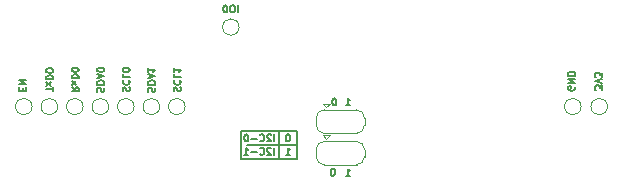
<source format=gbr>
%TF.GenerationSoftware,KiCad,Pcbnew,7.0.8*%
%TF.CreationDate,2024-03-21T14:52:22+01:00*%
%TF.ProjectId,so-dimm-esp32-cm,736f2d64-696d-46d2-9d65-737033322d63,REV.03*%
%TF.SameCoordinates,Original*%
%TF.FileFunction,Legend,Bot*%
%TF.FilePolarity,Positive*%
%FSLAX46Y46*%
G04 Gerber Fmt 4.6, Leading zero omitted, Abs format (unit mm)*
G04 Created by KiCad (PCBNEW 7.0.8) date 2024-03-21 14:52:22*
%MOMM*%
%LPD*%
G01*
G04 APERTURE LIST*
G04 Aperture macros list*
%AMFreePoly0*
4,1,19,0.550000,-0.750000,0.000000,-0.750000,0.000000,-0.744911,-0.071157,-0.744911,-0.207708,-0.704816,-0.327430,-0.627875,-0.420627,-0.520320,-0.479746,-0.390866,-0.500000,-0.250000,-0.500000,0.250000,-0.479746,0.390866,-0.420627,0.520320,-0.327430,0.627875,-0.207708,0.704816,-0.071157,0.744911,0.000000,0.744911,0.000000,0.750000,0.550000,0.750000,0.550000,-0.750000,0.550000,-0.750000,
$1*%
%AMFreePoly1*
4,1,19,0.000000,0.744911,0.071157,0.744911,0.207708,0.704816,0.327430,0.627875,0.420627,0.520320,0.479746,0.390866,0.500000,0.250000,0.500000,-0.250000,0.479746,-0.390866,0.420627,-0.520320,0.327430,-0.627875,0.207708,-0.704816,0.071157,-0.744911,0.000000,-0.744911,0.000000,-0.750000,-0.550000,-0.750000,-0.550000,0.750000,0.000000,0.750000,0.000000,0.744911,0.000000,0.744911,
$1*%
G04 Aperture macros list end*
%ADD10C,0.150000*%
%ADD11C,0.120000*%
%ADD12C,1.800000*%
%ADD13R,0.450000X2.300000*%
%ADD14C,0.800000*%
%ADD15C,5.400000*%
%ADD16C,1.000000*%
%ADD17FreePoly0,0.000000*%
%ADD18R,1.000000X1.500000*%
%ADD19FreePoly1,0.000000*%
G04 APERTURE END LIST*
D10*
X150876000Y-88265000D02*
X150876000Y-90678000D01*
X147701000Y-90678000D02*
X147701000Y-88265000D01*
X147701000Y-88265000D02*
X152400000Y-88265000D01*
X152400000Y-89471500D02*
X148209000Y-89471500D01*
X152400000Y-90678000D02*
X147701000Y-90678000D01*
X152400000Y-88265000D02*
X152400000Y-90678000D01*
X151666571Y-88569771D02*
X151609428Y-88569771D01*
X151609428Y-88569771D02*
X151552285Y-88598342D01*
X151552285Y-88598342D02*
X151523714Y-88626914D01*
X151523714Y-88626914D02*
X151495142Y-88684057D01*
X151495142Y-88684057D02*
X151466571Y-88798342D01*
X151466571Y-88798342D02*
X151466571Y-88941200D01*
X151466571Y-88941200D02*
X151495142Y-89055485D01*
X151495142Y-89055485D02*
X151523714Y-89112628D01*
X151523714Y-89112628D02*
X151552285Y-89141200D01*
X151552285Y-89141200D02*
X151609428Y-89169771D01*
X151609428Y-89169771D02*
X151666571Y-89169771D01*
X151666571Y-89169771D02*
X151723714Y-89141200D01*
X151723714Y-89141200D02*
X151752285Y-89112628D01*
X151752285Y-89112628D02*
X151780856Y-89055485D01*
X151780856Y-89055485D02*
X151809428Y-88941200D01*
X151809428Y-88941200D02*
X151809428Y-88798342D01*
X151809428Y-88798342D02*
X151780856Y-88684057D01*
X151780856Y-88684057D02*
X151752285Y-88626914D01*
X151752285Y-88626914D02*
X151723714Y-88598342D01*
X151723714Y-88598342D02*
X151666571Y-88569771D01*
X178257228Y-84816857D02*
X178257228Y-84445429D01*
X178257228Y-84445429D02*
X178028657Y-84645429D01*
X178028657Y-84645429D02*
X178028657Y-84559714D01*
X178028657Y-84559714D02*
X178000085Y-84502572D01*
X178000085Y-84502572D02*
X177971514Y-84474000D01*
X177971514Y-84474000D02*
X177914371Y-84445429D01*
X177914371Y-84445429D02*
X177771514Y-84445429D01*
X177771514Y-84445429D02*
X177714371Y-84474000D01*
X177714371Y-84474000D02*
X177685800Y-84502572D01*
X177685800Y-84502572D02*
X177657228Y-84559714D01*
X177657228Y-84559714D02*
X177657228Y-84731143D01*
X177657228Y-84731143D02*
X177685800Y-84788286D01*
X177685800Y-84788286D02*
X177714371Y-84816857D01*
X178257228Y-84274000D02*
X177657228Y-84074000D01*
X177657228Y-84074000D02*
X178257228Y-83874000D01*
X178257228Y-83731142D02*
X178257228Y-83359714D01*
X178257228Y-83359714D02*
X178028657Y-83559714D01*
X178028657Y-83559714D02*
X178028657Y-83473999D01*
X178028657Y-83473999D02*
X178000085Y-83416857D01*
X178000085Y-83416857D02*
X177971514Y-83388285D01*
X177971514Y-83388285D02*
X177914371Y-83359714D01*
X177914371Y-83359714D02*
X177771514Y-83359714D01*
X177771514Y-83359714D02*
X177714371Y-83388285D01*
X177714371Y-83388285D02*
X177685800Y-83416857D01*
X177685800Y-83416857D02*
X177657228Y-83473999D01*
X177657228Y-83473999D02*
X177657228Y-83645428D01*
X177657228Y-83645428D02*
X177685800Y-83702571D01*
X177685800Y-83702571D02*
X177714371Y-83731142D01*
X150467856Y-90312771D02*
X150467856Y-89712771D01*
X150210714Y-89769914D02*
X150182142Y-89741342D01*
X150182142Y-89741342D02*
X150125000Y-89712771D01*
X150125000Y-89712771D02*
X149982142Y-89712771D01*
X149982142Y-89712771D02*
X149925000Y-89741342D01*
X149925000Y-89741342D02*
X149896428Y-89769914D01*
X149896428Y-89769914D02*
X149867857Y-89827057D01*
X149867857Y-89827057D02*
X149867857Y-89884200D01*
X149867857Y-89884200D02*
X149896428Y-89969914D01*
X149896428Y-89969914D02*
X150239285Y-90312771D01*
X150239285Y-90312771D02*
X149867857Y-90312771D01*
X149267856Y-90255628D02*
X149296428Y-90284200D01*
X149296428Y-90284200D02*
X149382142Y-90312771D01*
X149382142Y-90312771D02*
X149439285Y-90312771D01*
X149439285Y-90312771D02*
X149524999Y-90284200D01*
X149524999Y-90284200D02*
X149582142Y-90227057D01*
X149582142Y-90227057D02*
X149610713Y-90169914D01*
X149610713Y-90169914D02*
X149639285Y-90055628D01*
X149639285Y-90055628D02*
X149639285Y-89969914D01*
X149639285Y-89969914D02*
X149610713Y-89855628D01*
X149610713Y-89855628D02*
X149582142Y-89798485D01*
X149582142Y-89798485D02*
X149524999Y-89741342D01*
X149524999Y-89741342D02*
X149439285Y-89712771D01*
X149439285Y-89712771D02*
X149382142Y-89712771D01*
X149382142Y-89712771D02*
X149296428Y-89741342D01*
X149296428Y-89741342D02*
X149267856Y-89769914D01*
X149010713Y-90084200D02*
X148553571Y-90084200D01*
X147953571Y-90312771D02*
X148296428Y-90312771D01*
X148124999Y-90312771D02*
X148124999Y-89712771D01*
X148124999Y-89712771D02*
X148182142Y-89798485D01*
X148182142Y-89798485D02*
X148239285Y-89855628D01*
X148239285Y-89855628D02*
X148296428Y-89884200D01*
X129203514Y-84897856D02*
X129203514Y-84697856D01*
X128889228Y-84612142D02*
X128889228Y-84897856D01*
X128889228Y-84897856D02*
X129489228Y-84897856D01*
X129489228Y-84897856D02*
X129489228Y-84612142D01*
X128889228Y-84354999D02*
X129489228Y-84354999D01*
X129489228Y-84354999D02*
X128889228Y-84012142D01*
X128889228Y-84012142D02*
X129489228Y-84012142D01*
X151466571Y-90312771D02*
X151809428Y-90312771D01*
X151637999Y-90312771D02*
X151637999Y-89712771D01*
X151637999Y-89712771D02*
X151695142Y-89798485D01*
X151695142Y-89798485D02*
X151752285Y-89855628D01*
X151752285Y-89855628D02*
X151809428Y-89884200D01*
X175942657Y-84531142D02*
X175971228Y-84588285D01*
X175971228Y-84588285D02*
X175971228Y-84673999D01*
X175971228Y-84673999D02*
X175942657Y-84759713D01*
X175942657Y-84759713D02*
X175885514Y-84816856D01*
X175885514Y-84816856D02*
X175828371Y-84845427D01*
X175828371Y-84845427D02*
X175714085Y-84873999D01*
X175714085Y-84873999D02*
X175628371Y-84873999D01*
X175628371Y-84873999D02*
X175514085Y-84845427D01*
X175514085Y-84845427D02*
X175456942Y-84816856D01*
X175456942Y-84816856D02*
X175399800Y-84759713D01*
X175399800Y-84759713D02*
X175371228Y-84673999D01*
X175371228Y-84673999D02*
X175371228Y-84616856D01*
X175371228Y-84616856D02*
X175399800Y-84531142D01*
X175399800Y-84531142D02*
X175428371Y-84502570D01*
X175428371Y-84502570D02*
X175628371Y-84502570D01*
X175628371Y-84502570D02*
X175628371Y-84616856D01*
X175371228Y-84245427D02*
X175971228Y-84245427D01*
X175971228Y-84245427D02*
X175371228Y-83902570D01*
X175371228Y-83902570D02*
X175971228Y-83902570D01*
X175371228Y-83616856D02*
X175971228Y-83616856D01*
X175971228Y-83616856D02*
X175971228Y-83473999D01*
X175971228Y-83473999D02*
X175942657Y-83388285D01*
X175942657Y-83388285D02*
X175885514Y-83331142D01*
X175885514Y-83331142D02*
X175828371Y-83302571D01*
X175828371Y-83302571D02*
X175714085Y-83273999D01*
X175714085Y-83273999D02*
X175628371Y-83273999D01*
X175628371Y-83273999D02*
X175514085Y-83302571D01*
X175514085Y-83302571D02*
X175456942Y-83331142D01*
X175456942Y-83331142D02*
X175399800Y-83388285D01*
X175399800Y-83388285D02*
X175371228Y-83473999D01*
X175371228Y-83473999D02*
X175371228Y-83616856D01*
X141998800Y-84947000D02*
X141970228Y-84861286D01*
X141970228Y-84861286D02*
X141970228Y-84718428D01*
X141970228Y-84718428D02*
X141998800Y-84661286D01*
X141998800Y-84661286D02*
X142027371Y-84632714D01*
X142027371Y-84632714D02*
X142084514Y-84604143D01*
X142084514Y-84604143D02*
X142141657Y-84604143D01*
X142141657Y-84604143D02*
X142198800Y-84632714D01*
X142198800Y-84632714D02*
X142227371Y-84661286D01*
X142227371Y-84661286D02*
X142255942Y-84718428D01*
X142255942Y-84718428D02*
X142284514Y-84832714D01*
X142284514Y-84832714D02*
X142313085Y-84889857D01*
X142313085Y-84889857D02*
X142341657Y-84918428D01*
X142341657Y-84918428D02*
X142398800Y-84947000D01*
X142398800Y-84947000D02*
X142455942Y-84947000D01*
X142455942Y-84947000D02*
X142513085Y-84918428D01*
X142513085Y-84918428D02*
X142541657Y-84889857D01*
X142541657Y-84889857D02*
X142570228Y-84832714D01*
X142570228Y-84832714D02*
X142570228Y-84689857D01*
X142570228Y-84689857D02*
X142541657Y-84604143D01*
X142027371Y-84004142D02*
X141998800Y-84032714D01*
X141998800Y-84032714D02*
X141970228Y-84118428D01*
X141970228Y-84118428D02*
X141970228Y-84175571D01*
X141970228Y-84175571D02*
X141998800Y-84261285D01*
X141998800Y-84261285D02*
X142055942Y-84318428D01*
X142055942Y-84318428D02*
X142113085Y-84346999D01*
X142113085Y-84346999D02*
X142227371Y-84375571D01*
X142227371Y-84375571D02*
X142313085Y-84375571D01*
X142313085Y-84375571D02*
X142427371Y-84346999D01*
X142427371Y-84346999D02*
X142484514Y-84318428D01*
X142484514Y-84318428D02*
X142541657Y-84261285D01*
X142541657Y-84261285D02*
X142570228Y-84175571D01*
X142570228Y-84175571D02*
X142570228Y-84118428D01*
X142570228Y-84118428D02*
X142541657Y-84032714D01*
X142541657Y-84032714D02*
X142513085Y-84004142D01*
X141970228Y-83461285D02*
X141970228Y-83746999D01*
X141970228Y-83746999D02*
X142570228Y-83746999D01*
X141970228Y-82947000D02*
X141970228Y-83289857D01*
X141970228Y-83118428D02*
X142570228Y-83118428D01*
X142570228Y-83118428D02*
X142484514Y-83175571D01*
X142484514Y-83175571D02*
X142427371Y-83232714D01*
X142427371Y-83232714D02*
X142398800Y-83289857D01*
X137680800Y-84947000D02*
X137652228Y-84861286D01*
X137652228Y-84861286D02*
X137652228Y-84718428D01*
X137652228Y-84718428D02*
X137680800Y-84661286D01*
X137680800Y-84661286D02*
X137709371Y-84632714D01*
X137709371Y-84632714D02*
X137766514Y-84604143D01*
X137766514Y-84604143D02*
X137823657Y-84604143D01*
X137823657Y-84604143D02*
X137880800Y-84632714D01*
X137880800Y-84632714D02*
X137909371Y-84661286D01*
X137909371Y-84661286D02*
X137937942Y-84718428D01*
X137937942Y-84718428D02*
X137966514Y-84832714D01*
X137966514Y-84832714D02*
X137995085Y-84889857D01*
X137995085Y-84889857D02*
X138023657Y-84918428D01*
X138023657Y-84918428D02*
X138080800Y-84947000D01*
X138080800Y-84947000D02*
X138137942Y-84947000D01*
X138137942Y-84947000D02*
X138195085Y-84918428D01*
X138195085Y-84918428D02*
X138223657Y-84889857D01*
X138223657Y-84889857D02*
X138252228Y-84832714D01*
X138252228Y-84832714D02*
X138252228Y-84689857D01*
X138252228Y-84689857D02*
X138223657Y-84604143D01*
X137709371Y-84004142D02*
X137680800Y-84032714D01*
X137680800Y-84032714D02*
X137652228Y-84118428D01*
X137652228Y-84118428D02*
X137652228Y-84175571D01*
X137652228Y-84175571D02*
X137680800Y-84261285D01*
X137680800Y-84261285D02*
X137737942Y-84318428D01*
X137737942Y-84318428D02*
X137795085Y-84346999D01*
X137795085Y-84346999D02*
X137909371Y-84375571D01*
X137909371Y-84375571D02*
X137995085Y-84375571D01*
X137995085Y-84375571D02*
X138109371Y-84346999D01*
X138109371Y-84346999D02*
X138166514Y-84318428D01*
X138166514Y-84318428D02*
X138223657Y-84261285D01*
X138223657Y-84261285D02*
X138252228Y-84175571D01*
X138252228Y-84175571D02*
X138252228Y-84118428D01*
X138252228Y-84118428D02*
X138223657Y-84032714D01*
X138223657Y-84032714D02*
X138195085Y-84004142D01*
X137652228Y-83461285D02*
X137652228Y-83746999D01*
X137652228Y-83746999D02*
X138252228Y-83746999D01*
X138252228Y-83147000D02*
X138252228Y-83089857D01*
X138252228Y-83089857D02*
X138223657Y-83032714D01*
X138223657Y-83032714D02*
X138195085Y-83004143D01*
X138195085Y-83004143D02*
X138137942Y-82975571D01*
X138137942Y-82975571D02*
X138023657Y-82947000D01*
X138023657Y-82947000D02*
X137880800Y-82947000D01*
X137880800Y-82947000D02*
X137766514Y-82975571D01*
X137766514Y-82975571D02*
X137709371Y-83004143D01*
X137709371Y-83004143D02*
X137680800Y-83032714D01*
X137680800Y-83032714D02*
X137652228Y-83089857D01*
X137652228Y-83089857D02*
X137652228Y-83147000D01*
X137652228Y-83147000D02*
X137680800Y-83204143D01*
X137680800Y-83204143D02*
X137709371Y-83232714D01*
X137709371Y-83232714D02*
X137766514Y-83261285D01*
X137766514Y-83261285D02*
X137880800Y-83289857D01*
X137880800Y-83289857D02*
X138023657Y-83289857D01*
X138023657Y-83289857D02*
X138137942Y-83261285D01*
X138137942Y-83261285D02*
X138195085Y-83232714D01*
X138195085Y-83232714D02*
X138223657Y-83204143D01*
X138223657Y-83204143D02*
X138252228Y-83147000D01*
X156546571Y-86121771D02*
X156889428Y-86121771D01*
X156717999Y-86121771D02*
X156717999Y-85521771D01*
X156717999Y-85521771D02*
X156775142Y-85607485D01*
X156775142Y-85607485D02*
X156832285Y-85664628D01*
X156832285Y-85664628D02*
X156889428Y-85693200D01*
X135521800Y-84961286D02*
X135493228Y-84875572D01*
X135493228Y-84875572D02*
X135493228Y-84732714D01*
X135493228Y-84732714D02*
X135521800Y-84675572D01*
X135521800Y-84675572D02*
X135550371Y-84647000D01*
X135550371Y-84647000D02*
X135607514Y-84618429D01*
X135607514Y-84618429D02*
X135664657Y-84618429D01*
X135664657Y-84618429D02*
X135721800Y-84647000D01*
X135721800Y-84647000D02*
X135750371Y-84675572D01*
X135750371Y-84675572D02*
X135778942Y-84732714D01*
X135778942Y-84732714D02*
X135807514Y-84847000D01*
X135807514Y-84847000D02*
X135836085Y-84904143D01*
X135836085Y-84904143D02*
X135864657Y-84932714D01*
X135864657Y-84932714D02*
X135921800Y-84961286D01*
X135921800Y-84961286D02*
X135978942Y-84961286D01*
X135978942Y-84961286D02*
X136036085Y-84932714D01*
X136036085Y-84932714D02*
X136064657Y-84904143D01*
X136064657Y-84904143D02*
X136093228Y-84847000D01*
X136093228Y-84847000D02*
X136093228Y-84704143D01*
X136093228Y-84704143D02*
X136064657Y-84618429D01*
X135493228Y-84361285D02*
X136093228Y-84361285D01*
X136093228Y-84361285D02*
X136093228Y-84218428D01*
X136093228Y-84218428D02*
X136064657Y-84132714D01*
X136064657Y-84132714D02*
X136007514Y-84075571D01*
X136007514Y-84075571D02*
X135950371Y-84047000D01*
X135950371Y-84047000D02*
X135836085Y-84018428D01*
X135836085Y-84018428D02*
X135750371Y-84018428D01*
X135750371Y-84018428D02*
X135636085Y-84047000D01*
X135636085Y-84047000D02*
X135578942Y-84075571D01*
X135578942Y-84075571D02*
X135521800Y-84132714D01*
X135521800Y-84132714D02*
X135493228Y-84218428D01*
X135493228Y-84218428D02*
X135493228Y-84361285D01*
X135664657Y-83789857D02*
X135664657Y-83504143D01*
X135493228Y-83847000D02*
X136093228Y-83647000D01*
X136093228Y-83647000D02*
X135493228Y-83447000D01*
X136093228Y-83132714D02*
X136093228Y-83075571D01*
X136093228Y-83075571D02*
X136064657Y-83018428D01*
X136064657Y-83018428D02*
X136036085Y-82989857D01*
X136036085Y-82989857D02*
X135978942Y-82961285D01*
X135978942Y-82961285D02*
X135864657Y-82932714D01*
X135864657Y-82932714D02*
X135721800Y-82932714D01*
X135721800Y-82932714D02*
X135607514Y-82961285D01*
X135607514Y-82961285D02*
X135550371Y-82989857D01*
X135550371Y-82989857D02*
X135521800Y-83018428D01*
X135521800Y-83018428D02*
X135493228Y-83075571D01*
X135493228Y-83075571D02*
X135493228Y-83132714D01*
X135493228Y-83132714D02*
X135521800Y-83189857D01*
X135521800Y-83189857D02*
X135550371Y-83218428D01*
X135550371Y-83218428D02*
X135607514Y-83246999D01*
X135607514Y-83246999D02*
X135721800Y-83275571D01*
X135721800Y-83275571D02*
X135864657Y-83275571D01*
X135864657Y-83275571D02*
X135978942Y-83246999D01*
X135978942Y-83246999D02*
X136036085Y-83218428D01*
X136036085Y-83218428D02*
X136064657Y-83189857D01*
X136064657Y-83189857D02*
X136093228Y-83132714D01*
X155476571Y-91490771D02*
X155419428Y-91490771D01*
X155419428Y-91490771D02*
X155362285Y-91519342D01*
X155362285Y-91519342D02*
X155333714Y-91547914D01*
X155333714Y-91547914D02*
X155305142Y-91605057D01*
X155305142Y-91605057D02*
X155276571Y-91719342D01*
X155276571Y-91719342D02*
X155276571Y-91862200D01*
X155276571Y-91862200D02*
X155305142Y-91976485D01*
X155305142Y-91976485D02*
X155333714Y-92033628D01*
X155333714Y-92033628D02*
X155362285Y-92062200D01*
X155362285Y-92062200D02*
X155419428Y-92090771D01*
X155419428Y-92090771D02*
X155476571Y-92090771D01*
X155476571Y-92090771D02*
X155533714Y-92062200D01*
X155533714Y-92062200D02*
X155562285Y-92033628D01*
X155562285Y-92033628D02*
X155590856Y-91976485D01*
X155590856Y-91976485D02*
X155619428Y-91862200D01*
X155619428Y-91862200D02*
X155619428Y-91719342D01*
X155619428Y-91719342D02*
X155590856Y-91605057D01*
X155590856Y-91605057D02*
X155562285Y-91547914D01*
X155562285Y-91547914D02*
X155533714Y-91519342D01*
X155533714Y-91519342D02*
X155476571Y-91490771D01*
X131775228Y-84947000D02*
X131775228Y-84604143D01*
X131175228Y-84775571D02*
X131775228Y-84775571D01*
X131175228Y-84461285D02*
X131575228Y-84147000D01*
X131575228Y-84461285D02*
X131175228Y-84147000D01*
X131175228Y-83918428D02*
X131775228Y-83918428D01*
X131775228Y-83918428D02*
X131775228Y-83775571D01*
X131775228Y-83775571D02*
X131746657Y-83689857D01*
X131746657Y-83689857D02*
X131689514Y-83632714D01*
X131689514Y-83632714D02*
X131632371Y-83604143D01*
X131632371Y-83604143D02*
X131518085Y-83575571D01*
X131518085Y-83575571D02*
X131432371Y-83575571D01*
X131432371Y-83575571D02*
X131318085Y-83604143D01*
X131318085Y-83604143D02*
X131260942Y-83632714D01*
X131260942Y-83632714D02*
X131203800Y-83689857D01*
X131203800Y-83689857D02*
X131175228Y-83775571D01*
X131175228Y-83775571D02*
X131175228Y-83918428D01*
X131775228Y-83204143D02*
X131775228Y-83147000D01*
X131775228Y-83147000D02*
X131746657Y-83089857D01*
X131746657Y-83089857D02*
X131718085Y-83061286D01*
X131718085Y-83061286D02*
X131660942Y-83032714D01*
X131660942Y-83032714D02*
X131546657Y-83004143D01*
X131546657Y-83004143D02*
X131403800Y-83004143D01*
X131403800Y-83004143D02*
X131289514Y-83032714D01*
X131289514Y-83032714D02*
X131232371Y-83061286D01*
X131232371Y-83061286D02*
X131203800Y-83089857D01*
X131203800Y-83089857D02*
X131175228Y-83147000D01*
X131175228Y-83147000D02*
X131175228Y-83204143D01*
X131175228Y-83204143D02*
X131203800Y-83261286D01*
X131203800Y-83261286D02*
X131232371Y-83289857D01*
X131232371Y-83289857D02*
X131289514Y-83318428D01*
X131289514Y-83318428D02*
X131403800Y-83347000D01*
X131403800Y-83347000D02*
X131546657Y-83347000D01*
X131546657Y-83347000D02*
X131660942Y-83318428D01*
X131660942Y-83318428D02*
X131718085Y-83289857D01*
X131718085Y-83289857D02*
X131746657Y-83261286D01*
X131746657Y-83261286D02*
X131775228Y-83204143D01*
X156546571Y-92090771D02*
X156889428Y-92090771D01*
X156717999Y-92090771D02*
X156717999Y-91490771D01*
X156717999Y-91490771D02*
X156775142Y-91576485D01*
X156775142Y-91576485D02*
X156832285Y-91633628D01*
X156832285Y-91633628D02*
X156889428Y-91662200D01*
X147411999Y-78247771D02*
X147411999Y-77647771D01*
X147012000Y-77647771D02*
X146897714Y-77647771D01*
X146897714Y-77647771D02*
X146840571Y-77676342D01*
X146840571Y-77676342D02*
X146783428Y-77733485D01*
X146783428Y-77733485D02*
X146754857Y-77847771D01*
X146754857Y-77847771D02*
X146754857Y-78047771D01*
X146754857Y-78047771D02*
X146783428Y-78162057D01*
X146783428Y-78162057D02*
X146840571Y-78219200D01*
X146840571Y-78219200D02*
X146897714Y-78247771D01*
X146897714Y-78247771D02*
X147012000Y-78247771D01*
X147012000Y-78247771D02*
X147069143Y-78219200D01*
X147069143Y-78219200D02*
X147126285Y-78162057D01*
X147126285Y-78162057D02*
X147154857Y-78047771D01*
X147154857Y-78047771D02*
X147154857Y-77847771D01*
X147154857Y-77847771D02*
X147126285Y-77733485D01*
X147126285Y-77733485D02*
X147069143Y-77676342D01*
X147069143Y-77676342D02*
X147012000Y-77647771D01*
X146383429Y-77647771D02*
X146326286Y-77647771D01*
X146326286Y-77647771D02*
X146269143Y-77676342D01*
X146269143Y-77676342D02*
X146240572Y-77704914D01*
X146240572Y-77704914D02*
X146212000Y-77762057D01*
X146212000Y-77762057D02*
X146183429Y-77876342D01*
X146183429Y-77876342D02*
X146183429Y-78019200D01*
X146183429Y-78019200D02*
X146212000Y-78133485D01*
X146212000Y-78133485D02*
X146240572Y-78190628D01*
X146240572Y-78190628D02*
X146269143Y-78219200D01*
X146269143Y-78219200D02*
X146326286Y-78247771D01*
X146326286Y-78247771D02*
X146383429Y-78247771D01*
X146383429Y-78247771D02*
X146440572Y-78219200D01*
X146440572Y-78219200D02*
X146469143Y-78190628D01*
X146469143Y-78190628D02*
X146497714Y-78133485D01*
X146497714Y-78133485D02*
X146526286Y-78019200D01*
X146526286Y-78019200D02*
X146526286Y-77876342D01*
X146526286Y-77876342D02*
X146497714Y-77762057D01*
X146497714Y-77762057D02*
X146469143Y-77704914D01*
X146469143Y-77704914D02*
X146440572Y-77676342D01*
X146440572Y-77676342D02*
X146383429Y-77647771D01*
X139839800Y-84961286D02*
X139811228Y-84875572D01*
X139811228Y-84875572D02*
X139811228Y-84732714D01*
X139811228Y-84732714D02*
X139839800Y-84675572D01*
X139839800Y-84675572D02*
X139868371Y-84647000D01*
X139868371Y-84647000D02*
X139925514Y-84618429D01*
X139925514Y-84618429D02*
X139982657Y-84618429D01*
X139982657Y-84618429D02*
X140039800Y-84647000D01*
X140039800Y-84647000D02*
X140068371Y-84675572D01*
X140068371Y-84675572D02*
X140096942Y-84732714D01*
X140096942Y-84732714D02*
X140125514Y-84847000D01*
X140125514Y-84847000D02*
X140154085Y-84904143D01*
X140154085Y-84904143D02*
X140182657Y-84932714D01*
X140182657Y-84932714D02*
X140239800Y-84961286D01*
X140239800Y-84961286D02*
X140296942Y-84961286D01*
X140296942Y-84961286D02*
X140354085Y-84932714D01*
X140354085Y-84932714D02*
X140382657Y-84904143D01*
X140382657Y-84904143D02*
X140411228Y-84847000D01*
X140411228Y-84847000D02*
X140411228Y-84704143D01*
X140411228Y-84704143D02*
X140382657Y-84618429D01*
X139811228Y-84361285D02*
X140411228Y-84361285D01*
X140411228Y-84361285D02*
X140411228Y-84218428D01*
X140411228Y-84218428D02*
X140382657Y-84132714D01*
X140382657Y-84132714D02*
X140325514Y-84075571D01*
X140325514Y-84075571D02*
X140268371Y-84047000D01*
X140268371Y-84047000D02*
X140154085Y-84018428D01*
X140154085Y-84018428D02*
X140068371Y-84018428D01*
X140068371Y-84018428D02*
X139954085Y-84047000D01*
X139954085Y-84047000D02*
X139896942Y-84075571D01*
X139896942Y-84075571D02*
X139839800Y-84132714D01*
X139839800Y-84132714D02*
X139811228Y-84218428D01*
X139811228Y-84218428D02*
X139811228Y-84361285D01*
X139982657Y-83789857D02*
X139982657Y-83504143D01*
X139811228Y-83847000D02*
X140411228Y-83647000D01*
X140411228Y-83647000D02*
X139811228Y-83447000D01*
X139811228Y-82932714D02*
X139811228Y-83275571D01*
X139811228Y-83104142D02*
X140411228Y-83104142D01*
X140411228Y-83104142D02*
X140325514Y-83161285D01*
X140325514Y-83161285D02*
X140268371Y-83218428D01*
X140268371Y-83218428D02*
X140239800Y-83275571D01*
X133334228Y-84589856D02*
X133619942Y-84789856D01*
X133334228Y-84932713D02*
X133934228Y-84932713D01*
X133934228Y-84932713D02*
X133934228Y-84704142D01*
X133934228Y-84704142D02*
X133905657Y-84646999D01*
X133905657Y-84646999D02*
X133877085Y-84618428D01*
X133877085Y-84618428D02*
X133819942Y-84589856D01*
X133819942Y-84589856D02*
X133734228Y-84589856D01*
X133734228Y-84589856D02*
X133677085Y-84618428D01*
X133677085Y-84618428D02*
X133648514Y-84646999D01*
X133648514Y-84646999D02*
X133619942Y-84704142D01*
X133619942Y-84704142D02*
X133619942Y-84932713D01*
X133334228Y-84389856D02*
X133734228Y-84075571D01*
X133734228Y-84389856D02*
X133334228Y-84075571D01*
X133334228Y-83846999D02*
X133934228Y-83846999D01*
X133934228Y-83846999D02*
X133934228Y-83704142D01*
X133934228Y-83704142D02*
X133905657Y-83618428D01*
X133905657Y-83618428D02*
X133848514Y-83561285D01*
X133848514Y-83561285D02*
X133791371Y-83532714D01*
X133791371Y-83532714D02*
X133677085Y-83504142D01*
X133677085Y-83504142D02*
X133591371Y-83504142D01*
X133591371Y-83504142D02*
X133477085Y-83532714D01*
X133477085Y-83532714D02*
X133419942Y-83561285D01*
X133419942Y-83561285D02*
X133362800Y-83618428D01*
X133362800Y-83618428D02*
X133334228Y-83704142D01*
X133334228Y-83704142D02*
X133334228Y-83846999D01*
X133934228Y-83132714D02*
X133934228Y-83075571D01*
X133934228Y-83075571D02*
X133905657Y-83018428D01*
X133905657Y-83018428D02*
X133877085Y-82989857D01*
X133877085Y-82989857D02*
X133819942Y-82961285D01*
X133819942Y-82961285D02*
X133705657Y-82932714D01*
X133705657Y-82932714D02*
X133562800Y-82932714D01*
X133562800Y-82932714D02*
X133448514Y-82961285D01*
X133448514Y-82961285D02*
X133391371Y-82989857D01*
X133391371Y-82989857D02*
X133362800Y-83018428D01*
X133362800Y-83018428D02*
X133334228Y-83075571D01*
X133334228Y-83075571D02*
X133334228Y-83132714D01*
X133334228Y-83132714D02*
X133362800Y-83189857D01*
X133362800Y-83189857D02*
X133391371Y-83218428D01*
X133391371Y-83218428D02*
X133448514Y-83246999D01*
X133448514Y-83246999D02*
X133562800Y-83275571D01*
X133562800Y-83275571D02*
X133705657Y-83275571D01*
X133705657Y-83275571D02*
X133819942Y-83246999D01*
X133819942Y-83246999D02*
X133877085Y-83218428D01*
X133877085Y-83218428D02*
X133905657Y-83189857D01*
X133905657Y-83189857D02*
X133934228Y-83132714D01*
X155603571Y-85521771D02*
X155546428Y-85521771D01*
X155546428Y-85521771D02*
X155489285Y-85550342D01*
X155489285Y-85550342D02*
X155460714Y-85578914D01*
X155460714Y-85578914D02*
X155432142Y-85636057D01*
X155432142Y-85636057D02*
X155403571Y-85750342D01*
X155403571Y-85750342D02*
X155403571Y-85893200D01*
X155403571Y-85893200D02*
X155432142Y-86007485D01*
X155432142Y-86007485D02*
X155460714Y-86064628D01*
X155460714Y-86064628D02*
X155489285Y-86093200D01*
X155489285Y-86093200D02*
X155546428Y-86121771D01*
X155546428Y-86121771D02*
X155603571Y-86121771D01*
X155603571Y-86121771D02*
X155660714Y-86093200D01*
X155660714Y-86093200D02*
X155689285Y-86064628D01*
X155689285Y-86064628D02*
X155717856Y-86007485D01*
X155717856Y-86007485D02*
X155746428Y-85893200D01*
X155746428Y-85893200D02*
X155746428Y-85750342D01*
X155746428Y-85750342D02*
X155717856Y-85636057D01*
X155717856Y-85636057D02*
X155689285Y-85578914D01*
X155689285Y-85578914D02*
X155660714Y-85550342D01*
X155660714Y-85550342D02*
X155603571Y-85521771D01*
X150467856Y-89169771D02*
X150467856Y-88569771D01*
X150210714Y-88626914D02*
X150182142Y-88598342D01*
X150182142Y-88598342D02*
X150125000Y-88569771D01*
X150125000Y-88569771D02*
X149982142Y-88569771D01*
X149982142Y-88569771D02*
X149925000Y-88598342D01*
X149925000Y-88598342D02*
X149896428Y-88626914D01*
X149896428Y-88626914D02*
X149867857Y-88684057D01*
X149867857Y-88684057D02*
X149867857Y-88741200D01*
X149867857Y-88741200D02*
X149896428Y-88826914D01*
X149896428Y-88826914D02*
X150239285Y-89169771D01*
X150239285Y-89169771D02*
X149867857Y-89169771D01*
X149267856Y-89112628D02*
X149296428Y-89141200D01*
X149296428Y-89141200D02*
X149382142Y-89169771D01*
X149382142Y-89169771D02*
X149439285Y-89169771D01*
X149439285Y-89169771D02*
X149524999Y-89141200D01*
X149524999Y-89141200D02*
X149582142Y-89084057D01*
X149582142Y-89084057D02*
X149610713Y-89026914D01*
X149610713Y-89026914D02*
X149639285Y-88912628D01*
X149639285Y-88912628D02*
X149639285Y-88826914D01*
X149639285Y-88826914D02*
X149610713Y-88712628D01*
X149610713Y-88712628D02*
X149582142Y-88655485D01*
X149582142Y-88655485D02*
X149524999Y-88598342D01*
X149524999Y-88598342D02*
X149439285Y-88569771D01*
X149439285Y-88569771D02*
X149382142Y-88569771D01*
X149382142Y-88569771D02*
X149296428Y-88598342D01*
X149296428Y-88598342D02*
X149267856Y-88626914D01*
X149010713Y-88941200D02*
X148553571Y-88941200D01*
X148153571Y-88569771D02*
X148096428Y-88569771D01*
X148096428Y-88569771D02*
X148039285Y-88598342D01*
X148039285Y-88598342D02*
X148010714Y-88626914D01*
X148010714Y-88626914D02*
X147982142Y-88684057D01*
X147982142Y-88684057D02*
X147953571Y-88798342D01*
X147953571Y-88798342D02*
X147953571Y-88941200D01*
X147953571Y-88941200D02*
X147982142Y-89055485D01*
X147982142Y-89055485D02*
X148010714Y-89112628D01*
X148010714Y-89112628D02*
X148039285Y-89141200D01*
X148039285Y-89141200D02*
X148096428Y-89169771D01*
X148096428Y-89169771D02*
X148153571Y-89169771D01*
X148153571Y-89169771D02*
X148210714Y-89141200D01*
X148210714Y-89141200D02*
X148239285Y-89112628D01*
X148239285Y-89112628D02*
X148267856Y-89055485D01*
X148267856Y-89055485D02*
X148296428Y-88941200D01*
X148296428Y-88941200D02*
X148296428Y-88798342D01*
X148296428Y-88798342D02*
X148267856Y-88684057D01*
X148267856Y-88684057D02*
X148239285Y-88626914D01*
X148239285Y-88626914D02*
X148210714Y-88598342D01*
X148210714Y-88598342D02*
X148153571Y-88569771D01*
D11*
%TO.C,TP4*%
X132145000Y-86233000D02*
G75*
G03*
X132145000Y-86233000I-700000J0D01*
G01*
%TO.C,TP10*%
X136463000Y-86233000D02*
G75*
G03*
X136463000Y-86233000I-700000J0D01*
G01*
%TO.C,TP2*%
X147512000Y-79502000D02*
G75*
G03*
X147512000Y-79502000I-700000J0D01*
G01*
%TO.C,TP13*%
X142940000Y-86233000D02*
G75*
G03*
X142940000Y-86233000I-700000J0D01*
G01*
%TO.C,TP8*%
X178702257Y-86233000D02*
G75*
G03*
X178702257Y-86233000I-700000J0D01*
G01*
%TO.C,TP11*%
X138622000Y-86233000D02*
G75*
G03*
X138622000Y-86233000I-700000J0D01*
G01*
%TO.C,TP6*%
X176468000Y-86233000D02*
G75*
G03*
X176468000Y-86233000I-700000J0D01*
G01*
%TO.C,TP3*%
X134304000Y-86233000D02*
G75*
G03*
X134304000Y-86233000I-700000J0D01*
G01*
%TO.C,JP1*%
X154033000Y-89870000D02*
X154033000Y-90470000D01*
X154583000Y-88670000D02*
X155183000Y-88670000D01*
X154683000Y-91170000D02*
X157483000Y-91170000D01*
X154883000Y-88970000D02*
X154583000Y-88670000D01*
X154883000Y-88970000D02*
X155183000Y-88670000D01*
X157483000Y-89170000D02*
X154683000Y-89170000D01*
X158133000Y-90470000D02*
X158133000Y-89870000D01*
X154733000Y-89170000D02*
G75*
G03*
X154033000Y-89870000I-1J-699999D01*
G01*
X154033000Y-90470000D02*
G75*
G03*
X154733000Y-91170000I699999J-1D01*
G01*
X158133000Y-89870000D02*
G75*
G03*
X157433000Y-89170000I-700000J0D01*
G01*
X157433000Y-91170000D02*
G75*
G03*
X158133000Y-90470000I0J700000D01*
G01*
%TO.C,JP2*%
X154033000Y-87203000D02*
X154033000Y-87803000D01*
X154583000Y-86003000D02*
X155183000Y-86003000D01*
X154683000Y-88503000D02*
X157483000Y-88503000D01*
X154883000Y-86303000D02*
X154583000Y-86003000D01*
X154883000Y-86303000D02*
X155183000Y-86003000D01*
X157483000Y-86503000D02*
X154683000Y-86503000D01*
X158133000Y-87803000D02*
X158133000Y-87203000D01*
X154733000Y-86503000D02*
G75*
G03*
X154033000Y-87203000I-1J-699999D01*
G01*
X154033000Y-87803000D02*
G75*
G03*
X154733000Y-88503000I699999J-1D01*
G01*
X158133000Y-87203000D02*
G75*
G03*
X157433000Y-86503000I-700000J0D01*
G01*
X157433000Y-88503000D02*
G75*
G03*
X158133000Y-87803000I0J700000D01*
G01*
%TO.C,TP1*%
X129986000Y-86233000D02*
G75*
G03*
X129986000Y-86233000I-700000J0D01*
G01*
%TO.C,TP12*%
X140781000Y-86233000D02*
G75*
G03*
X140781000Y-86233000I-700000J0D01*
G01*
%TD*%
%LPC*%
D12*
%TO.C,J1*%
X117350000Y-102080000D03*
X180950000Y-102080000D03*
D13*
X117850000Y-106680000D03*
X118450000Y-106680000D03*
X119050000Y-106680000D03*
X119650000Y-106680000D03*
X120250000Y-106680000D03*
X120850000Y-106680000D03*
X121450000Y-106680000D03*
X122050000Y-106680000D03*
X122650000Y-106680000D03*
X123250000Y-106680000D03*
X123850000Y-106680000D03*
X124450000Y-106680000D03*
X125050000Y-106680000D03*
X125650000Y-106680000D03*
X126250000Y-106680000D03*
X126850000Y-106680000D03*
X127450000Y-106680000D03*
X128050000Y-106680000D03*
X128650000Y-106680000D03*
X129250000Y-106680000D03*
X133450000Y-106680000D03*
X134050000Y-106680000D03*
X134650000Y-106680000D03*
X135250000Y-106680000D03*
X135850000Y-106680000D03*
X136450000Y-106680000D03*
X137050000Y-106680000D03*
X137650000Y-106680000D03*
X138250000Y-106680000D03*
X138850000Y-106680000D03*
X139450000Y-106680000D03*
X140050000Y-106680000D03*
X140650000Y-106680000D03*
X141250000Y-106680000D03*
X141850000Y-106680000D03*
X142450000Y-106680000D03*
X143050000Y-106680000D03*
X143650000Y-106680000D03*
X144250000Y-106680000D03*
X144850000Y-106680000D03*
X145450000Y-106680000D03*
X146050000Y-106680000D03*
X146650000Y-106680000D03*
X147250000Y-106680000D03*
X147850000Y-106680000D03*
X148450000Y-106680000D03*
X149050000Y-106680000D03*
X149650000Y-106680000D03*
X150250000Y-106680000D03*
X150850000Y-106680000D03*
X151450000Y-106680000D03*
X152050000Y-106680000D03*
X152650000Y-106680000D03*
X153250000Y-106680000D03*
X153850000Y-106680000D03*
X154450000Y-106680000D03*
X155050000Y-106680000D03*
X155650000Y-106680000D03*
X156250000Y-106680000D03*
X156850000Y-106680000D03*
X157450000Y-106680000D03*
X158050000Y-106680000D03*
X158650000Y-106680000D03*
X159250000Y-106680000D03*
X159850000Y-106680000D03*
X160450000Y-106680000D03*
X161050000Y-106680000D03*
X161650000Y-106680000D03*
X162250000Y-106680000D03*
X162850000Y-106680000D03*
X163450000Y-106680000D03*
X164050000Y-106680000D03*
X164650000Y-106680000D03*
X165250000Y-106680000D03*
X165850000Y-106680000D03*
X166450000Y-106680000D03*
X167050000Y-106680000D03*
X167650000Y-106680000D03*
X168250000Y-106680000D03*
X168850000Y-106680000D03*
X169450000Y-106680000D03*
X170050000Y-106680000D03*
X170650000Y-106680000D03*
X171250000Y-106680000D03*
X171850000Y-106680000D03*
X172450000Y-106680000D03*
X173050000Y-106680000D03*
X173650000Y-106680000D03*
X174250000Y-106680000D03*
X174850000Y-106680000D03*
X175450000Y-106680000D03*
X176050000Y-106680000D03*
X176650000Y-106680000D03*
X177250000Y-106680000D03*
X177850000Y-106680000D03*
X178450000Y-106680000D03*
X179050000Y-106680000D03*
X179650000Y-106680000D03*
X180250000Y-106680000D03*
X180850000Y-106680000D03*
%TD*%
D14*
%TO.C,H1*%
X177899109Y-79975109D03*
X178492218Y-78543218D03*
X178492218Y-81407000D03*
X179924109Y-77950109D03*
D15*
X179924109Y-79975109D03*
D14*
X179924109Y-82000109D03*
X181356000Y-78543218D03*
X181356000Y-81407000D03*
X181949109Y-79975109D03*
%TD*%
D16*
%TO.C,TP4*%
X131445000Y-86233000D03*
%TD*%
%TO.C,TP10*%
X135763000Y-86233000D03*
%TD*%
%TO.C,TP2*%
X146812000Y-79502000D03*
%TD*%
%TO.C,TP13*%
X142240000Y-86233000D03*
%TD*%
%TO.C,TP8*%
X178002257Y-86233000D03*
%TD*%
%TO.C,TP11*%
X137922000Y-86233000D03*
%TD*%
%TO.C,TP6*%
X175768000Y-86233000D03*
%TD*%
%TO.C,TP3*%
X133604000Y-86233000D03*
%TD*%
D17*
%TO.C,JP1*%
X154783000Y-90170000D03*
D18*
X156083000Y-90170000D03*
D19*
X157383000Y-90170000D03*
%TD*%
D17*
%TO.C,JP2*%
X154783000Y-87503000D03*
D18*
X156083000Y-87503000D03*
D19*
X157383000Y-87503000D03*
%TD*%
D16*
%TO.C,TP1*%
X129286000Y-86233000D03*
%TD*%
%TO.C,TP12*%
X140081000Y-86233000D03*
%TD*%
G36*
X131118385Y-105429685D02*
G01*
X131164140Y-105482489D01*
X131175346Y-105534000D01*
X131175346Y-107952990D01*
X131155661Y-108020029D01*
X131102857Y-108065784D01*
X131051335Y-108076990D01*
X116178830Y-108075692D01*
X116171885Y-108075301D01*
X116022493Y-108058463D01*
X115995477Y-108052302D01*
X115863444Y-108006164D01*
X115838446Y-107994142D01*
X115719988Y-107919818D01*
X115698289Y-107902542D01*
X115599315Y-107803747D01*
X115581998Y-107782077D01*
X115507461Y-107663750D01*
X115495395Y-107638774D01*
X115450015Y-107509654D01*
X115443000Y-107468539D01*
X115443000Y-105534000D01*
X115462685Y-105466961D01*
X115515489Y-105421206D01*
X115567000Y-105410000D01*
X131051346Y-105410000D01*
X131118385Y-105429685D01*
G37*
G36*
X182958896Y-105429685D02*
G01*
X183004651Y-105482489D01*
X183015855Y-105533344D01*
X183025327Y-107323347D01*
X183024936Y-107330632D01*
X183008102Y-107479851D01*
X183001941Y-107506860D01*
X182955798Y-107638892D01*
X182943777Y-107663887D01*
X182869454Y-107782340D01*
X182852179Y-107804036D01*
X182753380Y-107903015D01*
X182731712Y-107920331D01*
X182613391Y-107994868D01*
X182588419Y-108006934D01*
X182456490Y-108053309D01*
X182429460Y-108059523D01*
X182280168Y-108076598D01*
X182273117Y-108077000D01*
X132299346Y-108077000D01*
X132232307Y-108057315D01*
X132186552Y-108004511D01*
X132175346Y-107953000D01*
X132175346Y-105534000D01*
X132195031Y-105466961D01*
X132247835Y-105421206D01*
X132299346Y-105410000D01*
X182891857Y-105410000D01*
X182958896Y-105429685D01*
G37*
%LPD*%
M02*

</source>
